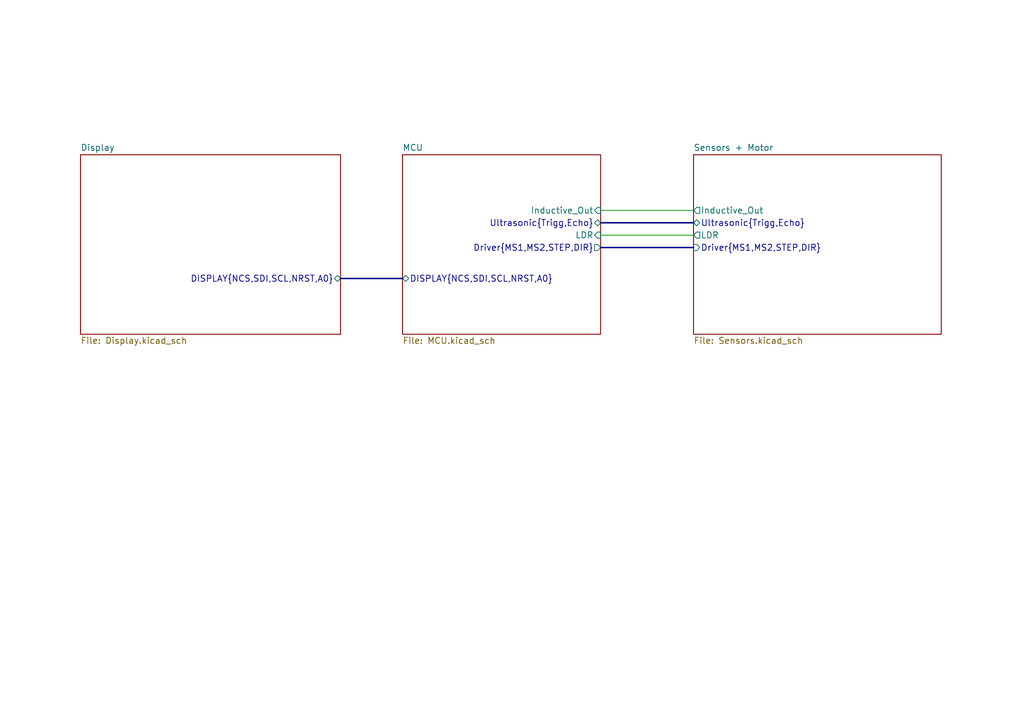
<source format=kicad_sch>
(kicad_sch (version 20230121) (generator eeschema)
  (paper "A5")
  (lib_symbols)
  (bus (pts (xy 69.85 57.15) (xy 82.55 57.15)))
  (bus (pts (xy 123.19 45.72) (xy 142.24 45.72)))
  (wire (pts (xy 123.19 48.26) (xy 142.24 48.26)))
  (wire (pts (xy 123.19 43.18) (xy 142.24 43.18)))
  (bus (pts (xy 123.19 50.8) (xy 142.24 50.8)))
  (sheet (at 82.55 31.75) (size 40.64 36.83) (stroke (width 0.1524))
    (property "Sheetname" "MCU" (at 82.55 31.0384 0) (effects (justify left bottom)))
    (property "Sheetfile" "MCU.kicad_sch" (at 82.55 69.1646 0) (effects (justify left top)))
    (pin "DISPLAY{NCS,SDI,SCL,NRST,A0}" bidirectional (at 82.55 57.15 180))
    (pin "Ultrasonic{Trigg,Echo}" bidirectional (at 123.19 45.72 0))
    (pin "Driver{MS1,MS2,STEP,DIR}" output (at 123.19 50.8 0))
    (pin "LDR" input (at 123.19 48.26 0))
    (pin "Inductive_Out" input (at 123.19 43.18 0))
  )
  (sheet (at 16.51 31.75) (size 53.34 36.83) (stroke (width 0.1524))
    (property "Sheetname" "Display" (at 16.51 31.0384 0) (effects (justify left bottom)))
    (property "Sheetfile" "Display.kicad_sch" (at 16.51 69.1646 0) (effects (justify left top)))
    (pin "DISPLAY{NCS,SDI,SCL,NRST,A0}" bidirectional (at 69.85 57.15 0))
  )
  (sheet (at 142.24 31.75) (size 50.8 36.83) (stroke (width 0.1524))
    (property "Sheetname" "Sensors + Motor" (at 142.24 31.0384 0) (effects (justify left bottom)))
    (property "Sheetfile" "Sensors.kicad_sch" (at 142.24 69.1646 0) (effects (justify left top)))
    (pin "Inductive_Out" output (at 142.24 43.18 180))
    (pin "Ultrasonic{Trigg,Echo}" bidirectional (at 142.24 45.72 180))
    (pin "LDR" output (at 142.24 48.26 180))
    (pin "Driver{MS1,MS2,STEP,DIR}" input (at 142.24 50.8 180))
  )
)
</source>
